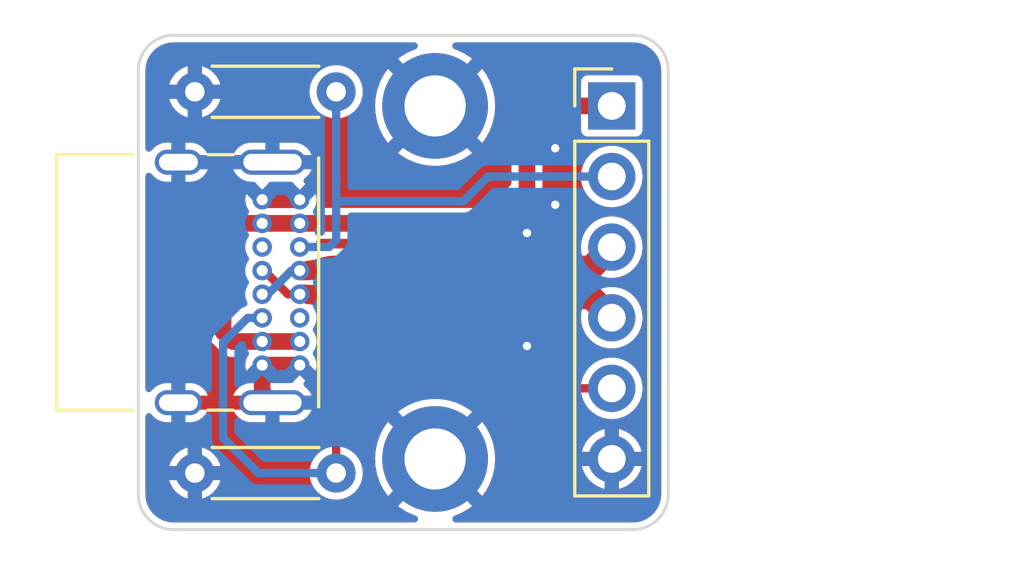
<source format=kicad_pcb>
(kicad_pcb (version 20211014) (generator pcbnew)
  (title_block (comment 4 "AISLER Project ID: CLSTEMYL"))
  (layers (0 "F.Cu" signal) (31 "B.Cu" signal) (34 "B.Paste" user) (35 "F.Paste" user) (36 "B.SilkS" user "B.Silkscreen") (37 "F.SilkS" user "F.Silkscreen") (38 "B.Mask" user) (39 "F.Mask" user) (44 "Edge.Cuts" user))
  (net 0 "")
  (net 1 "GND")
  (net 2 "VBUS")
  (net 3 "/CC1")
  (net 4 "/D+")
  (net 5 "/D-")
  (net 7 "/CC2")
  (footprint "Resistor_THT:R_Axial_DIN0204_L3.6mm_D1.6mm_P5.08mm_Horizontal" (layer "F.Cu") (at 132.842 83.058 180)
    (fp_text reference "R2" hide)
    (fp_text value "5k1")
    (fp_line (start 0.62 0.92) (end 4.46 0.92) (layer "F.SilkS") (width 0.12))
    (fp_line (start 0.62 -0.92) (end 4.46 -0.92) (layer "F.SilkS") (width 0.12))
    (pad "1" thru_hole circle (at 0 0 180) (size 1.4 1.4) (drill 0.7) (layers *.Cu *.Mask) (net 7 "/CC2"))
    (pad "2" thru_hole oval (at 5.08 0 180) (size 1.4 1.4) (drill 0.7) (layers *.Cu *.Mask) (net 1 "GND"))
  )
  (footprint "Connector_USB:USB_C_Receptacle_GCT_USB4085" (layer "F.Cu") (at 131.533 73.225 -90)
    (fp_text reference "J1" hide)
    (fp_text value "USB_C_Receptacle_USB2.0")
    (fp_line (start -1.62 2.4) (end -1.62 3.3) (layer "F.SilkS") (width 0.12))
    (fp_line (start -1.62 6) (end -1.62 8.73) (layer "F.SilkS") (width 0.12))
    (fp_line (start 7.57 2.4) (end 7.57 3.3) (layer "F.SilkS") (width 0.12))
    (fp_line (start -1.5 -0.68) (end 7.45 -0.68) (layer "F.SilkS") (width 0.12))
    (fp_line (start -1.62 8.73) (end 7.57 8.73) (layer "F.SilkS") (width 0.12))
    (fp_line (start 7.57 6) (end 7.57 8.73) (layer "F.SilkS") (width 0.12))
    (pad "A1" thru_hole circle (at 0 0 270) (size 0.7 0.7) (drill 0.4) (layers *.Cu *.Mask) (net 1 "GND"))
    (pad "A4" thru_hole circle (at 0.85 0 270) (size 0.7 0.7) (drill 0.4) (layers *.Cu *.Mask) (net 2 "VBUS"))
    (pad "A5" thru_hole circle (at 1.7 0 270) (size 0.7 0.7) (drill 0.4) (layers *.Cu *.Mask) (net 3 "/CC1"))
    (pad "A6" thru_hole circle (at 2.55 0 270) (size 0.7 0.7) (drill 0.4) (layers *.Cu *.Mask) (net 4 "/D+"))
    (pad "A7" thru_hole circle (at 3.4 0 270) (size 0.7 0.7) (drill 0.4) (layers *.Cu *.Mask) (net 5 "/D-"))
    (pad "A8" thru_hole circle (at 4.25 0 270) (size 0.7 0.7) (drill 0.4) (layers *.Cu *.Mask))
    (pad "A9" thru_hole circle (at 5.1 0 270) (size 0.7 0.7) (drill 0.4) (layers *.Cu *.Mask) (net 2 "VBUS"))
    (pad "A12" thru_hole circle (at 5.95 0 270) (size 0.7 0.7) (drill 0.4) (layers *.Cu *.Mask) (net 1 "GND"))
    (pad "B1" thru_hole circle (at 5.95 1.35 270) (size 0.7 0.7) (drill 0.4) (layers *.Cu *.Mask) (net 1 "GND"))
    (pad "B4" thru_hole circle (at 5.1 1.35 270) (size 0.7 0.7) (drill 0.4) (layers *.Cu *.Mask) (net 2 "VBUS"))
    (pad "B5" thru_hole circle (at 4.25 1.35 270) (size 0.7 0.7) (drill 0.4) (layers *.Cu *.Mask) (net 7 "/CC2"))
    (pad "B6" thru_hole circle (at 3.4 1.35 270) (size 0.7 0.7) (drill 0.4) (layers *.Cu *.Mask) (net 4 "/D+"))
    (pad "B7" thru_hole circle (at 2.55 1.35 270) (size 0.7 0.7) (drill 0.4) (layers *.Cu *.Mask) (net 5 "/D-"))
    (pad "B8" thru_hole circle (at 1.7 1.35 270) (size 0.7 0.7) (drill 0.4) (layers *.Cu *.Mask))
    (pad "B9" thru_hole circle (at 0.85 1.35 270) (size 0.7 0.7) (drill 0.4) (layers *.Cu *.Mask) (net 2 "VBUS"))
    (pad "B12" thru_hole circle (at 0 1.35 270) (size 0.7 0.7) (drill 0.4) (layers *.Cu *.Mask) (net 1 "GND"))
    (pad "S1" thru_hole oval (at -1.35 4.36 270) (size 0.9 1.7) (drill oval 0.6 1.4) (layers *.Cu *.Mask) (net 1 "GND"))
    (pad "S1" thru_hole oval (at -1.35 0.98 270) (size 0.9 2.4) (drill oval 0.6 2.1) (layers *.Cu *.Mask) (net 1 "GND"))
    (pad "S1" thru_hole oval (at 7.3 0.98 270) (size 0.9 2.4) (drill oval 0.6 2.1) (layers *.Cu *.Mask) (net 1 "GND"))
    (pad "S1" thru_hole oval (at 7.3 4.36 270) (size 0.9 1.7) (drill oval 0.6 1.4) (layers *.Cu *.Mask) (net 1 "GND"))
  )
  (footprint "MountingHole:MountingHole_2.2mm_M2_DIN965_Pad" (layer "F.Cu") (at 136.398 82.55)
    (fp_text reference "H1" hide)
    (fp_text value "M2")
    (pad "1" thru_hole circle (at 0 0) (size 3.8 3.8) (drill 2.2) (layers *.Cu *.Mask) (net 1 "GND"))
  )
  (footprint "Connector_PinHeader_2.54mm:PinHeader_1x06_P2.54mm_Vertical" (layer "F.Cu") (at 142.748 69.85)
    (fp_text reference "J2" hide)
    (fp_text value "Conn_01x06")
    (fp_line (start -1.33 1.27) (end 1.33 1.27) (layer "F.SilkS") (width 0.12))
    (fp_line (start -1.33 14.03) (end 1.33 14.03) (layer "F.SilkS") (width 0.12))
    (fp_line (start -1.33 0) (end -1.33 -1.33) (layer "F.SilkS") (width 0.12))
    (fp_line (start -1.33 1.27) (end -1.33 14.03) (layer "F.SilkS") (width 0.12))
    (fp_line (start 1.33 1.27) (end 1.33 14.03) (layer "F.SilkS") (width 0.12))
    (fp_line (start -1.33 -1.33) (end 0 -1.33) (layer "F.SilkS") (width 0.12))
    (pad "1" thru_hole rect (at 0 0) (size 1.7 1.7) (drill 1) (layers *.Cu *.Mask) (net 2 "VBUS"))
    (pad "2" thru_hole oval (at 0 2.54) (size 1.7 1.7) (drill 1) (layers *.Cu *.Mask) (net 3 "/CC1"))
    (pad "3" thru_hole oval (at 0 5.08) (size 1.7 1.7) (drill 1) (layers *.Cu *.Mask) (net 4 "/D+"))
    (pad "4" thru_hole oval (at 0 7.62) (size 1.7 1.7) (drill 1) (layers *.Cu *.Mask) (net 5 "/D-"))
    (pad "5" thru_hole oval (at 0 10.16) (size 1.7 1.7) (drill 1) (layers *.Cu *.Mask) (net 7 "/CC2"))
    (pad "6" thru_hole oval (at 0 12.7) (size 1.7 1.7) (drill 1) (layers *.Cu *.Mask) (net 1 "GND"))
  )
  (footprint "MountingHole:MountingHole_2.2mm_M2_DIN965_Pad" (layer "F.Cu") (at 136.398 69.85)
    (fp_text reference "H2" hide)
    (fp_text value "M2")
    (pad "1" thru_hole circle (at 0 0) (size 3.8 3.8) (drill 2.2) (layers *.Cu *.Mask) (net 1 "GND"))
  )
  (footprint "Resistor_THT:R_Axial_DIN0204_L3.6mm_D1.6mm_P5.08mm_Horizontal" (layer "F.Cu") (at 132.842 69.342 180)
    (fp_text reference "R1" hide)
    (fp_text value "5k1")
    (fp_line (start 0.62 -0.92) (end 4.46 -0.92) (layer "F.SilkS") (width 0.12))
    (fp_line (start 0.62 0.92) (end 4.46 0.92) (layer "F.SilkS") (width 0.12))
    (pad "1" thru_hole circle (at 0 0 180) (size 1.4 1.4) (drill 0.7) (layers *.Cu *.Mask) (net 3 "/CC1"))
    (pad "2" thru_hole oval (at 5.08 0 180) (size 1.4 1.4) (drill 0.7) (layers *.Cu *.Mask) (net 1 "GND"))
  )
  (gr_line (start 127 85.09) (end 143.51 85.09) (layer "Edge.Cuts") (width 0.1))
  (gr_line (start 143.51 67.31) (end 127 67.31) (layer "Edge.Cuts") (width 0.1))
  (gr_line (start 144.78 83.82) (end 144.78 68.58) (layer "Edge.Cuts") (width 0.1))
  (gr_arc (start 143.51 67.31) (mid 144.408026 67.681974) (end 144.78 68.58) (layer "Edge.Cuts") (width 0.1))
  (gr_line (start 125.73 68.58) (end 125.73 83.82) (layer "Edge.Cuts") (width 0.1))
  (gr_arc (start 125.73 68.58) (mid 126.101974 67.681974) (end 127 67.31) (layer "Edge.Cuts") (width 0.1))
  (gr_arc (start 127 85.09) (mid 126.101974 84.718026) (end 125.73 83.82) (layer "Edge.Cuts") (width 0.1))
  (gr_arc (start 144.78 83.82) (mid 144.408026 84.718026) (end 143.51 85.09) (layer "Edge.Cuts") (width 0.1))
  (segment (start 130.183 73.225) (end 131.533 73.225) (width 0.6) (layer "F.Cu") (net 1))
  (segment (start 130.183 80.155) (end 130.553 80.525) (width 0.6) (layer "F.Cu") (net 1))
  (segment (start 130.183 79.175) (end 131.533 79.175) (width 0.6) (layer "F.Cu") (net 1))
  (segment (start 130.183 79.175) (end 130.183 80.155) (width 0.6) (layer "F.Cu") (net 1))
  (via (at 140.716 71.374) (size 0.6) (drill 0.3) (layers "F.Cu" "B.Cu") (net 1))
  (via (at 140.716 73.406) (size 0.6) (drill 0.3) (layers "F.Cu" "B.Cu") (net 1))
  (via (at 139.7 78.486) (size 0.6) (drill 0.3) (layers "F.Cu" "B.Cu") (net 1))
  (via (at 139.7 74.422) (size 0.6) (drill 0.3) (layers "F.Cu" "B.Cu") (net 1))
  (segment (start 129.125 74.075) (end 130.183 74.075) (width 0.6) (layer "F.Cu") (net 2))
  (segment (start 131.533 74.075) (end 138.523 74.075) (width 0.6) (layer "F.Cu") (net 2))
  (segment (start 138.523 74.075) (end 139.7 72.898) (width 0.6) (layer "F.Cu") (net 2))
  (segment (start 131.533 74.075) (end 130.183 74.075) (width 0.6) (layer "F.Cu") (net 2))
  (segment (start 130.183 78.325) (end 129.125 78.325) (width 0.6) (layer "F.Cu") (net 2))
  (segment (start 139.7 70.739) (end 140.589 69.85) (width 0.6) (layer "F.Cu") (net 2))
  (segment (start 131.533 78.325) (end 130.183 78.325) (width 0.6) (layer "F.Cu") (net 2))
  (segment (start 128.778 77.978) (end 128.778 74.422) (width 0.6) (layer "F.Cu") (net 2))
  (segment (start 128.778 74.422) (end 129.125 74.075) (width 0.6) (layer "F.Cu") (net 2))
  (segment (start 139.7 72.898) (end 139.7 70.739) (width 0.6) (layer "F.Cu") (net 2))
  (segment (start 140.589 69.85) (end 142.748 69.85) (width 0.6) (layer "F.Cu") (net 2))
  (segment (start 129.125 78.325) (end 128.778 77.978) (width 0.6) (layer "F.Cu") (net 2))
  (segment (start 132.969 73.279) (end 132.842 73.152) (width 0.3) (layer "B.Cu") (net 3))
  (segment (start 142.748 72.39) (end 138.303 72.39) (width 0.3) (layer "B.Cu") (net 3))
  (segment (start 137.414 73.279) (end 132.969 73.279) (width 0.3) (layer "B.Cu") (net 3))
  (segment (start 132.593 74.925) (end 132.842 74.676) (width 0.3) (layer "B.Cu") (net 3))
  (segment (start 132.842 74.676) (end 132.842 73.914) (width 0.3) (layer "B.Cu") (net 3))
  (segment (start 132.969 73.279) (end 132.842 73.406) (width 0.3) (layer "B.Cu") (net 3))
  (segment (start 132.842 73.406) (end 132.842 73.152) (width 0.3) (layer "B.Cu") (net 3))
  (segment (start 138.303 72.39) (end 137.414 73.279) (width 0.3) (layer "B.Cu") (net 3))
  (segment (start 131.533 74.925) (end 132.593 74.925) (width 0.3) (layer "B.Cu") (net 3))
  (segment (start 132.842 73.914) (end 132.842 73.406) (width 0.3) (layer "B.Cu") (net 3))
  (segment (start 132.842 69.342) (end 132.842 72.39) (width 0.3) (layer "B.Cu") (net 3))
  (segment (start 132.842 73.152) (end 132.842 72.39) (width 0.3) (layer "B.Cu") (net 3))
  (segment (start 141.998701 75.679299) (end 132.842 75.6793) (width 0.889) (layer "F.Cu") (net 4))
  (segment (start 142.748 74.93) (end 141.998701 75.679299) (width 0.889) (layer "F.Cu") (net 4))
  (segment (start 130.183 76.625) (end 130.385 76.625) (width 0.3) (layer "B.Cu") (net 4))
  (segment (start 130.385 76.625) (end 131.235 75.775) (width 0.3) (layer "B.Cu") (net 4))
  (segment (start 131.235 75.775) (end 131.533 75.775) (width 0.3) (layer "B.Cu") (net 4))
  (segment (start 142.748 77.47) (end 141.998701 76.720701) (width 0.889) (layer "F.Cu") (net 5))
  (segment (start 130.183 75.775) (end 130.255633 75.775) (width 0.3) (layer "F.Cu") (net 5))
  (segment (start 131.105633 76.625) (end 131.533 76.625) (width 0.3) (layer "F.Cu") (net 5))
  (segment (start 130.255633 75.775) (end 131.105633 76.625) (width 0.3) (layer "F.Cu") (net 5))
  (segment (start 141.998701 76.720701) (end 132.842 76.7207) (width 0.889) (layer "F.Cu") (net 5))
  (segment (start 132.842 81.534) (end 134.366 80.01) (width 0.3) (layer "F.Cu") (net 7))
  (segment (start 132.842 83.058) (end 132.842 81.534) (width 0.3) (layer "F.Cu") (net 7))
  (segment (start 134.366 80.01) (end 142.748 80.01) (width 0.3) (layer "F.Cu") (net 7))
  (segment (start 130.183 77.475) (end 129.662 77.475) (width 0.3) (layer "B.Cu") (net 7))
  (segment (start 130.048 83.058) (end 132.842 83.058) (width 0.3) (layer "B.Cu") (net 7))
  (segment (start 128.778 78.359) (end 128.778 81.788) (width 0.3) (layer "B.Cu") (net 7))
  (segment (start 128.778 81.788) (end 130.048 83.058) (width 0.3) (layer "B.Cu") (net 7))
  (segment (start 129.662 77.475) (end 128.778 78.359) (width 0.3) (layer "B.Cu") (net 7))
  (zone (net 5) (net_name "/D-") (layer "F.Cu") (priority 17540) (connect_pads yes (clearance 0)) (min_thickness 0.0254) (fill yes (thermal_gap 0.508) (thermal_bridge_width 0.508))
    (polygon (pts (xy 132.908674 76.7207) (xy 132.849 76.276201) (xy 132.693499 76.277016) (xy 132.558868 76.279101) (xy 132.440942 76.281907) (xy 132.335558 76.28489) (xy 132.238554 76.287504) (xy 132.145766 76.289202) (xy 132.053032 76.28944) (xy 131.956188 76.287672) (xy 131.851071 76.283351) (xy 131.73352 76.275932) (xy 131.55852 76.275932) (xy 131.491112 76.621938) (xy 131.533 76.974999) (xy 131.708 76.974999) (xy 131.829739 76.980324) (xy 131.93771 76.994779) (xy 132.036439 77.016082) (xy 132.130452 77.041949) (xy 132.224276 77.070099) (xy 132.322438 77.098249) (xy 132.429465 77.124116) (xy 132.549883 77.145419) (xy 132.688218 77.159874) (xy 132.848999 77.1652)))
  )
  (zone (net 1) (net_name "GND") (layers F&B.Cu) (connect_pads (clearance 0.254)) (min_thickness 0.254) (fill yes (thermal_gap 0.254) (thermal_bridge_width 0.508))
    (polygon (pts (xy 146.05 86.36) (xy 124.46 86.36) (xy 124.46 66.04) (xy 146.05 66.04)))
  )
  (zone (net 4) (net_name "/D+") (layer "F.Cu") (priority 17540) (connect_pads yes (clearance 0)) (min_thickness 0.0254) (fill yes (thermal_gap 0.508) (thermal_bridge_width 0.508))
    (polygon (pts (xy 132.908674 75.6793) (xy 132.848999 75.2348) (xy 132.688218 75.240125) (xy 132.549883 75.25458) (xy 132.429465 75.275883) (xy 132.322438 75.30175) (xy 132.224276 75.3299) (xy 132.130452 75.35805) (xy 132.036439 75.383917) (xy 131.93771 75.40522) (xy 131.829739 75.419675) (xy 131.708 75.425001) (xy 131.533 75.425001) (xy 131.491112 75.778062) (xy 131.55852 76.124068) (xy 131.73352 76.124068) (xy 131.851071 76.116648) (xy 131.956188 76.112327) (xy 132.053032 76.110559) (xy 132.145766 76.110797) (xy 132.238554 76.112495) (xy 132.335558 76.115109) (xy 132.440942 76.118092) (xy 132.558868 76.120898) (xy 132.693499 76.122983) (xy 132.849 76.123799)))
  )
)
</source>
